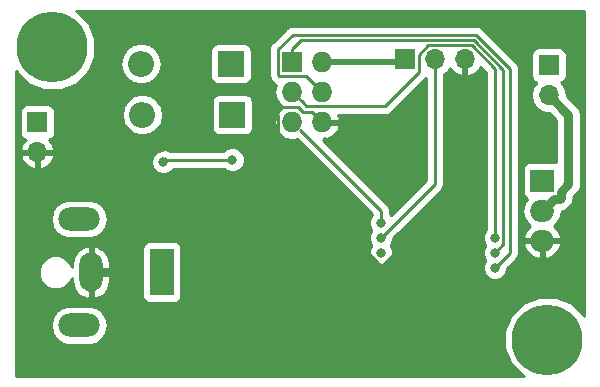
<source format=gbr>
G04 #@! TF.GenerationSoftware,KiCad,Pcbnew,(5.0.1)-4*
G04 #@! TF.CreationDate,2018-11-16T16:38:59+08:00*
G04 #@! TF.ProjectId,AILight,41494C696768742E6B696361645F7063,rev?*
G04 #@! TF.SameCoordinates,Original*
G04 #@! TF.FileFunction,Copper,L2,Bot,Signal*
G04 #@! TF.FilePolarity,Positive*
%FSLAX46Y46*%
G04 Gerber Fmt 4.6, Leading zero omitted, Abs format (unit mm)*
G04 Created by KiCad (PCBNEW (5.0.1)-4) date 2018-11-16 16:38:59*
%MOMM*%
%LPD*%
G01*
G04 APERTURE LIST*
G04 #@! TA.AperFunction,ComponentPad*
%ADD10C,5.999480*%
G04 #@! TD*
G04 #@! TA.AperFunction,ComponentPad*
%ADD11C,1.524000*%
G04 #@! TD*
G04 #@! TA.AperFunction,ComponentPad*
%ADD12R,1.700000X1.700000*%
G04 #@! TD*
G04 #@! TA.AperFunction,ComponentPad*
%ADD13O,1.700000X1.700000*%
G04 #@! TD*
G04 #@! TA.AperFunction,ComponentPad*
%ADD14R,1.727200X1.727200*%
G04 #@! TD*
G04 #@! TA.AperFunction,ComponentPad*
%ADD15O,1.727200X1.727200*%
G04 #@! TD*
G04 #@! TA.AperFunction,ComponentPad*
%ADD16O,2.200000X2.200000*%
G04 #@! TD*
G04 #@! TA.AperFunction,ComponentPad*
%ADD17R,2.200000X2.200000*%
G04 #@! TD*
G04 #@! TA.AperFunction,ComponentPad*
%ADD18O,3.500000X2.000000*%
G04 #@! TD*
G04 #@! TA.AperFunction,ComponentPad*
%ADD19O,2.000000X3.300000*%
G04 #@! TD*
G04 #@! TA.AperFunction,ComponentPad*
%ADD20R,2.000000X4.000000*%
G04 #@! TD*
G04 #@! TA.AperFunction,ComponentPad*
%ADD21R,2.000000X1.905000*%
G04 #@! TD*
G04 #@! TA.AperFunction,ComponentPad*
%ADD22O,2.000000X1.905000*%
G04 #@! TD*
G04 #@! TA.AperFunction,ViaPad*
%ADD23C,0.800000*%
G04 #@! TD*
G04 #@! TA.AperFunction,Conductor*
%ADD24C,0.800000*%
G04 #@! TD*
G04 #@! TA.AperFunction,Conductor*
%ADD25C,0.250000*%
G04 #@! TD*
G04 #@! TA.AperFunction,Conductor*
%ADD26C,0.500000*%
G04 #@! TD*
G04 #@! TA.AperFunction,Conductor*
%ADD27C,0.254000*%
G04 #@! TD*
G04 APERTURE END LIST*
D10*
G04 #@! TO.P,REF\002A\002A,1*
G04 #@! TO.N,N/C*
X17145000Y-61595000D03*
D11*
G04 #@! TO.P,REF\002A\002A,5*
X17272000Y-59436000D03*
G04 #@! TO.P,REF\002A\002A,2*
X17272000Y-63754000D03*
G04 #@! TO.P,REF\002A\002A,3*
X19304000Y-61595000D03*
G04 #@! TO.P,REF\002A\002A,4*
X15049500Y-61531500D03*
G04 #@! TO.P,REF\002A\002A,6*
X15684500Y-60007500D03*
G04 #@! TO.P,REF\002A\002A,7*
X18669000Y-60134500D03*
G04 #@! TO.P,REF\002A\002A,8*
X15621000Y-63119000D03*
G04 #@! TO.P,REF\002A\002A,9*
X18669000Y-63055500D03*
G04 #@! TD*
D10*
G04 #@! TO.P,REF\002A\002A,1*
G04 #@! TO.N,N/C*
X59055000Y-86360000D03*
D11*
G04 #@! TO.P,REF\002A\002A,5*
X59182000Y-84201000D03*
G04 #@! TO.P,REF\002A\002A,2*
X59182000Y-88519000D03*
G04 #@! TO.P,REF\002A\002A,3*
X61214000Y-86360000D03*
G04 #@! TO.P,REF\002A\002A,4*
X56959500Y-86296500D03*
G04 #@! TO.P,REF\002A\002A,6*
X57594500Y-84772500D03*
G04 #@! TO.P,REF\002A\002A,7*
X60579000Y-84899500D03*
G04 #@! TO.P,REF\002A\002A,8*
X57531000Y-87884000D03*
G04 #@! TO.P,REF\002A\002A,9*
X60579000Y-87820500D03*
G04 #@! TD*
D12*
G04 #@! TO.P,PIR1,1*
G04 #@! TO.N,Net-(J4-Pad2)*
X46990000Y-62611000D03*
D13*
G04 #@! TO.P,PIR1,2*
G04 #@! TO.N,Net-(PIR1-Pad2)*
X49530000Y-62611000D03*
G04 #@! TO.P,PIR1,3*
G04 #@! TO.N,Net-(C1-Pad2)*
X52070000Y-62611000D03*
G04 #@! TD*
D14*
G04 #@! TO.P,J4,1*
G04 #@! TO.N,Net-(J4-Pad1)*
X37465000Y-62865000D03*
D15*
G04 #@! TO.P,J4,2*
G04 #@! TO.N,Net-(J4-Pad2)*
X40005000Y-62865000D03*
G04 #@! TO.P,J4,3*
G04 #@! TO.N,Net-(J4-Pad3)*
X37465000Y-65405000D03*
G04 #@! TO.P,J4,4*
G04 #@! TO.N,Net-(J4-Pad4)*
X40005000Y-65405000D03*
G04 #@! TO.P,J4,5*
G04 #@! TO.N,Net-(J4-Pad5)*
X37465000Y-67945000D03*
G04 #@! TO.P,J4,6*
G04 #@! TO.N,Net-(C1-Pad2)*
X40005000Y-67945000D03*
G04 #@! TD*
D16*
G04 #@! TO.P,D2,2*
G04 #@! TO.N,Net-(D2-Pad2)*
X24638000Y-62992000D03*
D17*
G04 #@! TO.P,D2,1*
G04 #@! TO.N,Net-(C1-Pad1)*
X32258000Y-62992000D03*
G04 #@! TD*
G04 #@! TO.P,D1,1*
G04 #@! TO.N,Net-(C1-Pad1)*
X32385000Y-67310000D03*
D16*
G04 #@! TO.P,D1,2*
G04 #@! TO.N,Net-(D1-Pad2)*
X24765000Y-67310000D03*
G04 #@! TD*
D18*
G04 #@! TO.P,J3,MP*
G04 #@! TO.N,N/C*
X19416000Y-85145000D03*
X19416000Y-76145000D03*
D19*
G04 #@! TO.P,J3,2*
G04 #@! TO.N,Net-(C1-Pad2)*
X20416000Y-80645000D03*
D20*
G04 #@! TO.P,J3,1*
G04 #@! TO.N,Net-(J3-Pad1)*
X26416000Y-80645000D03*
G04 #@! TD*
D13*
G04 #@! TO.P,J2,2*
G04 #@! TO.N,Net-(J2-Pad2)*
X59182000Y-65659000D03*
D12*
G04 #@! TO.P,J2,1*
G04 #@! TO.N,Net-(C1-Pad1)*
X59182000Y-63119000D03*
G04 #@! TD*
G04 #@! TO.P,J1,1*
G04 #@! TO.N,Net-(D2-Pad2)*
X15875000Y-67945000D03*
D13*
G04 #@! TO.P,J1,2*
G04 #@! TO.N,Net-(C1-Pad2)*
X15875000Y-70485000D03*
G04 #@! TD*
D21*
G04 #@! TO.P,Q1,1*
G04 #@! TO.N,Net-(J4-Pad4)*
X58610500Y-72898000D03*
D22*
G04 #@! TO.P,Q1,2*
G04 #@! TO.N,Net-(J2-Pad2)*
X58610500Y-75438000D03*
G04 #@! TO.P,Q1,3*
G04 #@! TO.N,Net-(C1-Pad2)*
X58610500Y-77978000D03*
G04 #@! TD*
D23*
G04 #@! TO.N,Net-(C1-Pad2)*
X44915000Y-80264000D03*
X52705046Y-86360000D03*
G04 #@! TO.N,Net-(C1-Pad1)*
X26537563Y-71313218D03*
X32385000Y-71120000D03*
G04 #@! TO.N,Net-(PIR1-Pad2)*
X44958000Y-77724000D03*
G04 #@! TO.N,Net-(U2-Pad3)*
X44958000Y-78994000D03*
G04 #@! TO.N,Net-(J4-Pad4)*
X54610000Y-80264000D03*
G04 #@! TO.N,Net-(J4-Pad5)*
X44958000Y-76454000D03*
G04 #@! TO.N,Net-(J4-Pad1)*
X54610000Y-78994000D03*
G04 #@! TO.N,Net-(J4-Pad3)*
X54610000Y-77724000D03*
G04 #@! TD*
D24*
G04 #@! TO.N,Net-(J2-Pad2)*
X60833000Y-67310000D02*
X59182000Y-65659000D01*
X59597999Y-74450501D02*
X60090501Y-74450501D01*
X58610500Y-75438000D02*
X59597999Y-74450501D01*
X60090501Y-74450501D02*
X60210501Y-74330501D01*
X60210501Y-74330501D02*
X60210501Y-73837999D01*
X60210501Y-73837999D02*
X60833000Y-73215500D01*
X60833000Y-73215500D02*
X60833000Y-67310000D01*
G04 #@! TO.N,Net-(C1-Pad2)*
X20416000Y-80645000D02*
X20416000Y-82011000D01*
D25*
X44915000Y-80264000D02*
X52070000Y-73109000D01*
X52070000Y-73109000D02*
X52070000Y-62611000D01*
D26*
X44515001Y-79864001D02*
X44915000Y-80264000D01*
X36276399Y-71625399D02*
X44515001Y-79864001D01*
D24*
X22216000Y-80645000D02*
X27931000Y-86360000D01*
X52139361Y-86360000D02*
X52705046Y-86360000D01*
X20416000Y-80645000D02*
X22216000Y-80645000D01*
X27931000Y-86360000D02*
X52139361Y-86360000D01*
D25*
X37954130Y-66675000D02*
X36195000Y-66675000D01*
X38360531Y-67081401D02*
X37954130Y-66675000D01*
X40005000Y-67945000D02*
X39141401Y-67081401D01*
X39141401Y-67081401D02*
X38360531Y-67081401D01*
X36276399Y-67374471D02*
X36276399Y-71625399D01*
X36195000Y-67293072D02*
X36276399Y-67374471D01*
X36195000Y-66675000D02*
X36195000Y-67293072D01*
G04 #@! TO.N,Net-(C1-Pad1)*
X26670002Y-70993000D02*
X26797002Y-71120000D01*
X31819315Y-71120000D02*
X32385000Y-71120000D01*
X26797002Y-71120000D02*
X31819315Y-71120000D01*
G04 #@! TO.N,Net-(PIR1-Pad2)*
X44958000Y-77724000D02*
X49530000Y-73152000D01*
X49530000Y-73152000D02*
X49530000Y-62611000D01*
G04 #@! TO.N,Net-(J4-Pad2)*
X46736000Y-62865000D02*
X46990000Y-62611000D01*
D26*
X40005000Y-62865000D02*
X46736000Y-62865000D01*
D25*
G04 #@! TO.N,Net-(J4-Pad4)*
X58658000Y-72898000D02*
X58610500Y-72898000D01*
X38653601Y-64053601D02*
X39141401Y-64541401D01*
X36341399Y-64053601D02*
X38653601Y-64053601D01*
X36276399Y-63988601D02*
X36341399Y-64053601D01*
X39141401Y-64541401D02*
X40005000Y-65405000D01*
X55880000Y-74311000D02*
X55880000Y-63409178D01*
X55880000Y-63409178D02*
X53006801Y-60535979D01*
X53006801Y-60535979D02*
X37481819Y-60535979D01*
X37481819Y-60535979D02*
X36276399Y-61741399D01*
X36276399Y-61741399D02*
X36276399Y-63988601D01*
X55880000Y-74311000D02*
X55880000Y-74295000D01*
X55880000Y-78994000D02*
X55880000Y-74311000D01*
X54610000Y-80264000D02*
X55880000Y-78994000D01*
G04 #@! TO.N,Net-(J4-Pad5)*
X44958000Y-75438000D02*
X38100000Y-68580000D01*
X44958000Y-76454000D02*
X44958000Y-75438000D01*
G04 #@! TO.N,Net-(J4-Pad1)*
X37465000Y-61751400D02*
X37465000Y-62865000D01*
X38230411Y-60985989D02*
X37465000Y-61751400D01*
X52820401Y-60985989D02*
X38230411Y-60985989D01*
X55335001Y-63500589D02*
X52820401Y-60985989D01*
X55335001Y-78268999D02*
X55335001Y-63500589D01*
X54610000Y-78994000D02*
X55335001Y-78268999D01*
G04 #@! TO.N,Net-(J4-Pad3)*
X45292401Y-66593601D02*
X38653601Y-66593601D01*
X48165001Y-62236997D02*
X48165001Y-63721001D01*
X48165001Y-63721001D02*
X45292401Y-66593601D01*
X48965999Y-61435999D02*
X48165001Y-62236997D01*
X52634001Y-61435999D02*
X48965999Y-61435999D01*
X54610000Y-63411998D02*
X52634001Y-61435999D01*
X54610000Y-77724000D02*
X54610000Y-63411998D01*
X38328599Y-66268599D02*
X37465000Y-65405000D01*
X38653601Y-66593601D02*
X38328599Y-66268599D01*
G04 #@! TD*
D27*
G04 #@! TO.N,Net-(C1-Pad2)*
G36*
X62155000Y-84346028D02*
X62136384Y-84301085D01*
X61113915Y-83278616D01*
X59777995Y-82725260D01*
X58332005Y-82725260D01*
X56996085Y-83278616D01*
X55973616Y-84301085D01*
X55420260Y-85637005D01*
X55420260Y-87082995D01*
X55973616Y-88418915D01*
X56996085Y-89441384D01*
X57041028Y-89460000D01*
X14045000Y-89460000D01*
X14045000Y-85145000D01*
X16998969Y-85145000D01*
X17125864Y-85782945D01*
X17487231Y-86323769D01*
X18028055Y-86685136D01*
X18504969Y-86780000D01*
X20327031Y-86780000D01*
X20803945Y-86685136D01*
X21344769Y-86323769D01*
X21706136Y-85782945D01*
X21833031Y-85145000D01*
X21706136Y-84507055D01*
X21344769Y-83966231D01*
X20803945Y-83604864D01*
X20327031Y-83510000D01*
X18504969Y-83510000D01*
X18028055Y-83604864D01*
X17487231Y-83966231D01*
X17125864Y-84507055D01*
X16998969Y-85145000D01*
X14045000Y-85145000D01*
X14045000Y-80359561D01*
X15981000Y-80359561D01*
X15981000Y-80930439D01*
X16199466Y-81457862D01*
X16603138Y-81861534D01*
X17130561Y-82080000D01*
X17701439Y-82080000D01*
X18228862Y-81861534D01*
X18632534Y-81457862D01*
X18781000Y-81099434D01*
X18781000Y-81422000D01*
X18954058Y-82038020D01*
X19349683Y-82540922D01*
X19907645Y-82854144D01*
X20035566Y-82885124D01*
X20289000Y-82765777D01*
X20289000Y-80772000D01*
X20543000Y-80772000D01*
X20543000Y-82765777D01*
X20796434Y-82885124D01*
X20924355Y-82854144D01*
X21482317Y-82540922D01*
X21877942Y-82038020D01*
X22051000Y-81422000D01*
X22051000Y-80772000D01*
X20543000Y-80772000D01*
X20289000Y-80772000D01*
X20269000Y-80772000D01*
X20269000Y-80518000D01*
X20289000Y-80518000D01*
X20289000Y-78524223D01*
X20543000Y-78524223D01*
X20543000Y-80518000D01*
X22051000Y-80518000D01*
X22051000Y-79868000D01*
X21877942Y-79251980D01*
X21482317Y-78749078D01*
X21296917Y-78645000D01*
X24768560Y-78645000D01*
X24768560Y-82645000D01*
X24817843Y-82892765D01*
X24958191Y-83102809D01*
X25168235Y-83243157D01*
X25416000Y-83292440D01*
X27416000Y-83292440D01*
X27663765Y-83243157D01*
X27873809Y-83102809D01*
X28014157Y-82892765D01*
X28063440Y-82645000D01*
X28063440Y-78645000D01*
X28014157Y-78397235D01*
X27873809Y-78187191D01*
X27663765Y-78046843D01*
X27416000Y-77997560D01*
X25416000Y-77997560D01*
X25168235Y-78046843D01*
X24958191Y-78187191D01*
X24817843Y-78397235D01*
X24768560Y-78645000D01*
X21296917Y-78645000D01*
X20924355Y-78435856D01*
X20796434Y-78404876D01*
X20543000Y-78524223D01*
X20289000Y-78524223D01*
X20035566Y-78404876D01*
X19907645Y-78435856D01*
X19349683Y-78749078D01*
X18954058Y-79251980D01*
X18781000Y-79868000D01*
X18781000Y-80190566D01*
X18632534Y-79832138D01*
X18228862Y-79428466D01*
X17701439Y-79210000D01*
X17130561Y-79210000D01*
X16603138Y-79428466D01*
X16199466Y-79832138D01*
X15981000Y-80359561D01*
X14045000Y-80359561D01*
X14045000Y-76145000D01*
X16998969Y-76145000D01*
X17125864Y-76782945D01*
X17487231Y-77323769D01*
X18028055Y-77685136D01*
X18504969Y-77780000D01*
X20327031Y-77780000D01*
X20803945Y-77685136D01*
X21344769Y-77323769D01*
X21706136Y-76782945D01*
X21833031Y-76145000D01*
X21706136Y-75507055D01*
X21344769Y-74966231D01*
X20803945Y-74604864D01*
X20327031Y-74510000D01*
X18504969Y-74510000D01*
X18028055Y-74604864D01*
X17487231Y-74966231D01*
X17125864Y-75507055D01*
X16998969Y-76145000D01*
X14045000Y-76145000D01*
X14045000Y-70841890D01*
X14433524Y-70841890D01*
X14603355Y-71251924D01*
X14993642Y-71680183D01*
X15518108Y-71926486D01*
X15748000Y-71805819D01*
X15748000Y-70612000D01*
X16002000Y-70612000D01*
X16002000Y-71805819D01*
X16231892Y-71926486D01*
X16756358Y-71680183D01*
X17146645Y-71251924D01*
X17206528Y-71107344D01*
X25502563Y-71107344D01*
X25502563Y-71519092D01*
X25660132Y-71899498D01*
X25951283Y-72190649D01*
X26331689Y-72348218D01*
X26743437Y-72348218D01*
X27123843Y-72190649D01*
X27414994Y-71899498D01*
X27423070Y-71880000D01*
X31681289Y-71880000D01*
X31798720Y-71997431D01*
X32179126Y-72155000D01*
X32590874Y-72155000D01*
X32971280Y-71997431D01*
X33262431Y-71706280D01*
X33420000Y-71325874D01*
X33420000Y-70914126D01*
X33262431Y-70533720D01*
X32971280Y-70242569D01*
X32590874Y-70085000D01*
X32179126Y-70085000D01*
X31798720Y-70242569D01*
X31681289Y-70360000D01*
X27090612Y-70360000D01*
X26966539Y-70277097D01*
X26670002Y-70218112D01*
X26373465Y-70277097D01*
X26371787Y-70278218D01*
X26331689Y-70278218D01*
X25951283Y-70435787D01*
X25660132Y-70726938D01*
X25502563Y-71107344D01*
X17206528Y-71107344D01*
X17316476Y-70841890D01*
X17195155Y-70612000D01*
X16002000Y-70612000D01*
X15748000Y-70612000D01*
X14554845Y-70612000D01*
X14433524Y-70841890D01*
X14045000Y-70841890D01*
X14045000Y-67095000D01*
X14377560Y-67095000D01*
X14377560Y-68795000D01*
X14426843Y-69042765D01*
X14567191Y-69252809D01*
X14777235Y-69393157D01*
X14880708Y-69413739D01*
X14603355Y-69718076D01*
X14433524Y-70128110D01*
X14554845Y-70358000D01*
X15748000Y-70358000D01*
X15748000Y-70338000D01*
X16002000Y-70338000D01*
X16002000Y-70358000D01*
X17195155Y-70358000D01*
X17316476Y-70128110D01*
X17146645Y-69718076D01*
X16869292Y-69413739D01*
X16972765Y-69393157D01*
X17182809Y-69252809D01*
X17323157Y-69042765D01*
X17372440Y-68795000D01*
X17372440Y-67310000D01*
X22996010Y-67310000D01*
X23130666Y-67986963D01*
X23514135Y-68560865D01*
X24088037Y-68944334D01*
X24594120Y-69045000D01*
X24935880Y-69045000D01*
X25441963Y-68944334D01*
X26015865Y-68560865D01*
X26399334Y-67986963D01*
X26533990Y-67310000D01*
X26399334Y-66633037D01*
X26116670Y-66210000D01*
X30637560Y-66210000D01*
X30637560Y-68410000D01*
X30686843Y-68657765D01*
X30827191Y-68867809D01*
X31037235Y-69008157D01*
X31285000Y-69057440D01*
X33485000Y-69057440D01*
X33732765Y-69008157D01*
X33942809Y-68867809D01*
X34083157Y-68657765D01*
X34132440Y-68410000D01*
X34132440Y-66210000D01*
X34083157Y-65962235D01*
X33942809Y-65752191D01*
X33732765Y-65611843D01*
X33485000Y-65562560D01*
X31285000Y-65562560D01*
X31037235Y-65611843D01*
X30827191Y-65752191D01*
X30686843Y-65962235D01*
X30637560Y-66210000D01*
X26116670Y-66210000D01*
X26015865Y-66059135D01*
X25441963Y-65675666D01*
X24935880Y-65575000D01*
X24594120Y-65575000D01*
X24088037Y-65675666D01*
X23514135Y-66059135D01*
X23130666Y-66633037D01*
X22996010Y-67310000D01*
X17372440Y-67310000D01*
X17372440Y-67095000D01*
X17323157Y-66847235D01*
X17182809Y-66637191D01*
X16972765Y-66496843D01*
X16725000Y-66447560D01*
X15025000Y-66447560D01*
X14777235Y-66496843D01*
X14567191Y-66637191D01*
X14426843Y-66847235D01*
X14377560Y-67095000D01*
X14045000Y-67095000D01*
X14045000Y-63608972D01*
X14063616Y-63653915D01*
X15086085Y-64676384D01*
X16422005Y-65229740D01*
X17867995Y-65229740D01*
X19203915Y-64676384D01*
X20226384Y-63653915D01*
X20500558Y-62992000D01*
X22869010Y-62992000D01*
X23003666Y-63668963D01*
X23387135Y-64242865D01*
X23961037Y-64626334D01*
X24467120Y-64727000D01*
X24808880Y-64727000D01*
X25314963Y-64626334D01*
X25888865Y-64242865D01*
X26272334Y-63668963D01*
X26406990Y-62992000D01*
X26272334Y-62315037D01*
X25989670Y-61892000D01*
X30510560Y-61892000D01*
X30510560Y-64092000D01*
X30559843Y-64339765D01*
X30700191Y-64549809D01*
X30910235Y-64690157D01*
X31158000Y-64739440D01*
X33358000Y-64739440D01*
X33605765Y-64690157D01*
X33815809Y-64549809D01*
X33956157Y-64339765D01*
X34005440Y-64092000D01*
X34005440Y-61892000D01*
X33975484Y-61741399D01*
X35501511Y-61741399D01*
X35516399Y-61816246D01*
X35516400Y-63913749D01*
X35501511Y-63988601D01*
X35516400Y-64063453D01*
X35528659Y-64125081D01*
X35560496Y-64285138D01*
X35661904Y-64436905D01*
X35728471Y-64536530D01*
X35767434Y-64562564D01*
X35793470Y-64601530D01*
X36044862Y-64769505D01*
X36082298Y-64776951D01*
X36053350Y-64820275D01*
X35937041Y-65405000D01*
X36053350Y-65989725D01*
X36384570Y-66485430D01*
X36668281Y-66675000D01*
X36384570Y-66864570D01*
X36053350Y-67360275D01*
X35937041Y-67945000D01*
X36053350Y-68529725D01*
X36384570Y-69025430D01*
X36880275Y-69356650D01*
X37317402Y-69443600D01*
X37612598Y-69443600D01*
X37842974Y-69397775D01*
X44196744Y-75751545D01*
X44080569Y-75867720D01*
X43923000Y-76248126D01*
X43923000Y-76659874D01*
X44080569Y-77040280D01*
X44129289Y-77089000D01*
X44080569Y-77137720D01*
X43923000Y-77518126D01*
X43923000Y-77929874D01*
X44080569Y-78310280D01*
X44129289Y-78359000D01*
X44080569Y-78407720D01*
X43923000Y-78788126D01*
X43923000Y-79199874D01*
X44080569Y-79580280D01*
X44371720Y-79871431D01*
X44752126Y-80029000D01*
X45163874Y-80029000D01*
X45544280Y-79871431D01*
X45835431Y-79580280D01*
X45993000Y-79199874D01*
X45993000Y-78788126D01*
X45835431Y-78407720D01*
X45786711Y-78359000D01*
X45835431Y-78310280D01*
X45993000Y-77929874D01*
X45993000Y-77763801D01*
X50014476Y-73742327D01*
X50077929Y-73699929D01*
X50120327Y-73636476D01*
X50120329Y-73636474D01*
X50245903Y-73448538D01*
X50245904Y-73448537D01*
X50290000Y-73226852D01*
X50290000Y-73226848D01*
X50304888Y-73152001D01*
X50290000Y-73077154D01*
X50290000Y-63889178D01*
X50600625Y-63681625D01*
X50813843Y-63362522D01*
X50874817Y-63492358D01*
X51303076Y-63882645D01*
X51713110Y-64052476D01*
X51943000Y-63931155D01*
X51943000Y-62738000D01*
X51923000Y-62738000D01*
X51923000Y-62484000D01*
X51943000Y-62484000D01*
X51943000Y-62464000D01*
X52197000Y-62464000D01*
X52197000Y-62484000D01*
X52217000Y-62484000D01*
X52217000Y-62738000D01*
X52197000Y-62738000D01*
X52197000Y-63931155D01*
X52426890Y-64052476D01*
X52836924Y-63882645D01*
X53265183Y-63492358D01*
X53377147Y-63253947D01*
X53850001Y-63726801D01*
X53850000Y-77020289D01*
X53732569Y-77137720D01*
X53575000Y-77518126D01*
X53575000Y-77929874D01*
X53732569Y-78310280D01*
X53781289Y-78359000D01*
X53732569Y-78407720D01*
X53575000Y-78788126D01*
X53575000Y-79199874D01*
X53732569Y-79580280D01*
X53781289Y-79629000D01*
X53732569Y-79677720D01*
X53575000Y-80058126D01*
X53575000Y-80469874D01*
X53732569Y-80850280D01*
X54023720Y-81141431D01*
X54404126Y-81299000D01*
X54815874Y-81299000D01*
X55196280Y-81141431D01*
X55487431Y-80850280D01*
X55645000Y-80469874D01*
X55645000Y-80303801D01*
X56364473Y-79584329D01*
X56427929Y-79541929D01*
X56595904Y-79290537D01*
X56640000Y-79068852D01*
X56640000Y-79068848D01*
X56654888Y-78994001D01*
X56640000Y-78919154D01*
X56640000Y-78350980D01*
X57019937Y-78350980D01*
X57234527Y-78844924D01*
X57667409Y-79287318D01*
X58236636Y-79530380D01*
X58483500Y-79403572D01*
X58483500Y-78105000D01*
X58737500Y-78105000D01*
X58737500Y-79403572D01*
X58984364Y-79530380D01*
X59553591Y-79287318D01*
X59986473Y-78844924D01*
X60201063Y-78350980D01*
X60081094Y-78105000D01*
X58737500Y-78105000D01*
X58483500Y-78105000D01*
X57139906Y-78105000D01*
X57019937Y-78350980D01*
X56640000Y-78350980D01*
X56640000Y-75438000D01*
X56944400Y-75438000D01*
X57067609Y-76057411D01*
X57418477Y-76582523D01*
X57619974Y-76717159D01*
X57234527Y-77111076D01*
X57019937Y-77605020D01*
X57139906Y-77851000D01*
X58483500Y-77851000D01*
X58483500Y-77831000D01*
X58737500Y-77831000D01*
X58737500Y-77851000D01*
X60081094Y-77851000D01*
X60201063Y-77605020D01*
X59986473Y-77111076D01*
X59601026Y-76717159D01*
X59802523Y-76582523D01*
X60153391Y-76057411D01*
X60270229Y-75470027D01*
X60494338Y-75425449D01*
X60836694Y-75196694D01*
X60884759Y-75124759D01*
X60956694Y-75076694D01*
X61185449Y-74734338D01*
X61245501Y-74432436D01*
X61245501Y-74432435D01*
X61265777Y-74330501D01*
X61251829Y-74260381D01*
X61492773Y-74019437D01*
X61579193Y-73961693D01*
X61807948Y-73619337D01*
X61868000Y-73317435D01*
X61868000Y-73317434D01*
X61888276Y-73215500D01*
X61868000Y-73113566D01*
X61868000Y-67411934D01*
X61888276Y-67310000D01*
X61807948Y-66906163D01*
X61776387Y-66858928D01*
X61579193Y-66563807D01*
X61492776Y-66506065D01*
X60687733Y-65701023D01*
X60696092Y-65659000D01*
X60580839Y-65079582D01*
X60252625Y-64588375D01*
X60234381Y-64576184D01*
X60279765Y-64567157D01*
X60489809Y-64426809D01*
X60630157Y-64216765D01*
X60679440Y-63969000D01*
X60679440Y-62269000D01*
X60630157Y-62021235D01*
X60489809Y-61811191D01*
X60279765Y-61670843D01*
X60032000Y-61621560D01*
X58332000Y-61621560D01*
X58084235Y-61670843D01*
X57874191Y-61811191D01*
X57733843Y-62021235D01*
X57684560Y-62269000D01*
X57684560Y-63969000D01*
X57733843Y-64216765D01*
X57874191Y-64426809D01*
X58084235Y-64567157D01*
X58129619Y-64576184D01*
X58111375Y-64588375D01*
X57783161Y-65079582D01*
X57667908Y-65659000D01*
X57783161Y-66238418D01*
X58111375Y-66729625D01*
X58602582Y-67057839D01*
X59035744Y-67144000D01*
X59203290Y-67144000D01*
X59798001Y-67738712D01*
X59798000Y-71335356D01*
X59610500Y-71298060D01*
X57610500Y-71298060D01*
X57362735Y-71347343D01*
X57152691Y-71487691D01*
X57012343Y-71697735D01*
X56963060Y-71945500D01*
X56963060Y-73850500D01*
X57012343Y-74098265D01*
X57152691Y-74308309D01*
X57329588Y-74426509D01*
X57067609Y-74818589D01*
X56944400Y-75438000D01*
X56640000Y-75438000D01*
X56640000Y-63484025D01*
X56654888Y-63409178D01*
X56640000Y-63334331D01*
X56640000Y-63334326D01*
X56595904Y-63112641D01*
X56427929Y-62861249D01*
X56364473Y-62818849D01*
X53597132Y-60051509D01*
X53554730Y-59988050D01*
X53303338Y-59820075D01*
X53081653Y-59775979D01*
X53081648Y-59775979D01*
X53006801Y-59761091D01*
X52931954Y-59775979D01*
X37556665Y-59775979D01*
X37481818Y-59761091D01*
X37406971Y-59775979D01*
X37406967Y-59775979D01*
X37185282Y-59820075D01*
X37185280Y-59820076D01*
X37185281Y-59820076D01*
X36997345Y-59945650D01*
X36997343Y-59945652D01*
X36933890Y-59988050D01*
X36891492Y-60051503D01*
X35791929Y-61151068D01*
X35728470Y-61193470D01*
X35560495Y-61444863D01*
X35516399Y-61666548D01*
X35516399Y-61666552D01*
X35501511Y-61741399D01*
X33975484Y-61741399D01*
X33956157Y-61644235D01*
X33815809Y-61434191D01*
X33605765Y-61293843D01*
X33358000Y-61244560D01*
X31158000Y-61244560D01*
X30910235Y-61293843D01*
X30700191Y-61434191D01*
X30559843Y-61644235D01*
X30510560Y-61892000D01*
X25989670Y-61892000D01*
X25888865Y-61741135D01*
X25314963Y-61357666D01*
X24808880Y-61257000D01*
X24467120Y-61257000D01*
X23961037Y-61357666D01*
X23387135Y-61741135D01*
X23003666Y-62315037D01*
X22869010Y-62992000D01*
X20500558Y-62992000D01*
X20779740Y-62317995D01*
X20779740Y-60872005D01*
X20226384Y-59536085D01*
X19203915Y-58513616D01*
X19158972Y-58495000D01*
X62155001Y-58495000D01*
X62155000Y-84346028D01*
X62155000Y-84346028D01*
G37*
X62155000Y-84346028D02*
X62136384Y-84301085D01*
X61113915Y-83278616D01*
X59777995Y-82725260D01*
X58332005Y-82725260D01*
X56996085Y-83278616D01*
X55973616Y-84301085D01*
X55420260Y-85637005D01*
X55420260Y-87082995D01*
X55973616Y-88418915D01*
X56996085Y-89441384D01*
X57041028Y-89460000D01*
X14045000Y-89460000D01*
X14045000Y-85145000D01*
X16998969Y-85145000D01*
X17125864Y-85782945D01*
X17487231Y-86323769D01*
X18028055Y-86685136D01*
X18504969Y-86780000D01*
X20327031Y-86780000D01*
X20803945Y-86685136D01*
X21344769Y-86323769D01*
X21706136Y-85782945D01*
X21833031Y-85145000D01*
X21706136Y-84507055D01*
X21344769Y-83966231D01*
X20803945Y-83604864D01*
X20327031Y-83510000D01*
X18504969Y-83510000D01*
X18028055Y-83604864D01*
X17487231Y-83966231D01*
X17125864Y-84507055D01*
X16998969Y-85145000D01*
X14045000Y-85145000D01*
X14045000Y-80359561D01*
X15981000Y-80359561D01*
X15981000Y-80930439D01*
X16199466Y-81457862D01*
X16603138Y-81861534D01*
X17130561Y-82080000D01*
X17701439Y-82080000D01*
X18228862Y-81861534D01*
X18632534Y-81457862D01*
X18781000Y-81099434D01*
X18781000Y-81422000D01*
X18954058Y-82038020D01*
X19349683Y-82540922D01*
X19907645Y-82854144D01*
X20035566Y-82885124D01*
X20289000Y-82765777D01*
X20289000Y-80772000D01*
X20543000Y-80772000D01*
X20543000Y-82765777D01*
X20796434Y-82885124D01*
X20924355Y-82854144D01*
X21482317Y-82540922D01*
X21877942Y-82038020D01*
X22051000Y-81422000D01*
X22051000Y-80772000D01*
X20543000Y-80772000D01*
X20289000Y-80772000D01*
X20269000Y-80772000D01*
X20269000Y-80518000D01*
X20289000Y-80518000D01*
X20289000Y-78524223D01*
X20543000Y-78524223D01*
X20543000Y-80518000D01*
X22051000Y-80518000D01*
X22051000Y-79868000D01*
X21877942Y-79251980D01*
X21482317Y-78749078D01*
X21296917Y-78645000D01*
X24768560Y-78645000D01*
X24768560Y-82645000D01*
X24817843Y-82892765D01*
X24958191Y-83102809D01*
X25168235Y-83243157D01*
X25416000Y-83292440D01*
X27416000Y-83292440D01*
X27663765Y-83243157D01*
X27873809Y-83102809D01*
X28014157Y-82892765D01*
X28063440Y-82645000D01*
X28063440Y-78645000D01*
X28014157Y-78397235D01*
X27873809Y-78187191D01*
X27663765Y-78046843D01*
X27416000Y-77997560D01*
X25416000Y-77997560D01*
X25168235Y-78046843D01*
X24958191Y-78187191D01*
X24817843Y-78397235D01*
X24768560Y-78645000D01*
X21296917Y-78645000D01*
X20924355Y-78435856D01*
X20796434Y-78404876D01*
X20543000Y-78524223D01*
X20289000Y-78524223D01*
X20035566Y-78404876D01*
X19907645Y-78435856D01*
X19349683Y-78749078D01*
X18954058Y-79251980D01*
X18781000Y-79868000D01*
X18781000Y-80190566D01*
X18632534Y-79832138D01*
X18228862Y-79428466D01*
X17701439Y-79210000D01*
X17130561Y-79210000D01*
X16603138Y-79428466D01*
X16199466Y-79832138D01*
X15981000Y-80359561D01*
X14045000Y-80359561D01*
X14045000Y-76145000D01*
X16998969Y-76145000D01*
X17125864Y-76782945D01*
X17487231Y-77323769D01*
X18028055Y-77685136D01*
X18504969Y-77780000D01*
X20327031Y-77780000D01*
X20803945Y-77685136D01*
X21344769Y-77323769D01*
X21706136Y-76782945D01*
X21833031Y-76145000D01*
X21706136Y-75507055D01*
X21344769Y-74966231D01*
X20803945Y-74604864D01*
X20327031Y-74510000D01*
X18504969Y-74510000D01*
X18028055Y-74604864D01*
X17487231Y-74966231D01*
X17125864Y-75507055D01*
X16998969Y-76145000D01*
X14045000Y-76145000D01*
X14045000Y-70841890D01*
X14433524Y-70841890D01*
X14603355Y-71251924D01*
X14993642Y-71680183D01*
X15518108Y-71926486D01*
X15748000Y-71805819D01*
X15748000Y-70612000D01*
X16002000Y-70612000D01*
X16002000Y-71805819D01*
X16231892Y-71926486D01*
X16756358Y-71680183D01*
X17146645Y-71251924D01*
X17206528Y-71107344D01*
X25502563Y-71107344D01*
X25502563Y-71519092D01*
X25660132Y-71899498D01*
X25951283Y-72190649D01*
X26331689Y-72348218D01*
X26743437Y-72348218D01*
X27123843Y-72190649D01*
X27414994Y-71899498D01*
X27423070Y-71880000D01*
X31681289Y-71880000D01*
X31798720Y-71997431D01*
X32179126Y-72155000D01*
X32590874Y-72155000D01*
X32971280Y-71997431D01*
X33262431Y-71706280D01*
X33420000Y-71325874D01*
X33420000Y-70914126D01*
X33262431Y-70533720D01*
X32971280Y-70242569D01*
X32590874Y-70085000D01*
X32179126Y-70085000D01*
X31798720Y-70242569D01*
X31681289Y-70360000D01*
X27090612Y-70360000D01*
X26966539Y-70277097D01*
X26670002Y-70218112D01*
X26373465Y-70277097D01*
X26371787Y-70278218D01*
X26331689Y-70278218D01*
X25951283Y-70435787D01*
X25660132Y-70726938D01*
X25502563Y-71107344D01*
X17206528Y-71107344D01*
X17316476Y-70841890D01*
X17195155Y-70612000D01*
X16002000Y-70612000D01*
X15748000Y-70612000D01*
X14554845Y-70612000D01*
X14433524Y-70841890D01*
X14045000Y-70841890D01*
X14045000Y-67095000D01*
X14377560Y-67095000D01*
X14377560Y-68795000D01*
X14426843Y-69042765D01*
X14567191Y-69252809D01*
X14777235Y-69393157D01*
X14880708Y-69413739D01*
X14603355Y-69718076D01*
X14433524Y-70128110D01*
X14554845Y-70358000D01*
X15748000Y-70358000D01*
X15748000Y-70338000D01*
X16002000Y-70338000D01*
X16002000Y-70358000D01*
X17195155Y-70358000D01*
X17316476Y-70128110D01*
X17146645Y-69718076D01*
X16869292Y-69413739D01*
X16972765Y-69393157D01*
X17182809Y-69252809D01*
X17323157Y-69042765D01*
X17372440Y-68795000D01*
X17372440Y-67310000D01*
X22996010Y-67310000D01*
X23130666Y-67986963D01*
X23514135Y-68560865D01*
X24088037Y-68944334D01*
X24594120Y-69045000D01*
X24935880Y-69045000D01*
X25441963Y-68944334D01*
X26015865Y-68560865D01*
X26399334Y-67986963D01*
X26533990Y-67310000D01*
X26399334Y-66633037D01*
X26116670Y-66210000D01*
X30637560Y-66210000D01*
X30637560Y-68410000D01*
X30686843Y-68657765D01*
X30827191Y-68867809D01*
X31037235Y-69008157D01*
X31285000Y-69057440D01*
X33485000Y-69057440D01*
X33732765Y-69008157D01*
X33942809Y-68867809D01*
X34083157Y-68657765D01*
X34132440Y-68410000D01*
X34132440Y-66210000D01*
X34083157Y-65962235D01*
X33942809Y-65752191D01*
X33732765Y-65611843D01*
X33485000Y-65562560D01*
X31285000Y-65562560D01*
X31037235Y-65611843D01*
X30827191Y-65752191D01*
X30686843Y-65962235D01*
X30637560Y-66210000D01*
X26116670Y-66210000D01*
X26015865Y-66059135D01*
X25441963Y-65675666D01*
X24935880Y-65575000D01*
X24594120Y-65575000D01*
X24088037Y-65675666D01*
X23514135Y-66059135D01*
X23130666Y-66633037D01*
X22996010Y-67310000D01*
X17372440Y-67310000D01*
X17372440Y-67095000D01*
X17323157Y-66847235D01*
X17182809Y-66637191D01*
X16972765Y-66496843D01*
X16725000Y-66447560D01*
X15025000Y-66447560D01*
X14777235Y-66496843D01*
X14567191Y-66637191D01*
X14426843Y-66847235D01*
X14377560Y-67095000D01*
X14045000Y-67095000D01*
X14045000Y-63608972D01*
X14063616Y-63653915D01*
X15086085Y-64676384D01*
X16422005Y-65229740D01*
X17867995Y-65229740D01*
X19203915Y-64676384D01*
X20226384Y-63653915D01*
X20500558Y-62992000D01*
X22869010Y-62992000D01*
X23003666Y-63668963D01*
X23387135Y-64242865D01*
X23961037Y-64626334D01*
X24467120Y-64727000D01*
X24808880Y-64727000D01*
X25314963Y-64626334D01*
X25888865Y-64242865D01*
X26272334Y-63668963D01*
X26406990Y-62992000D01*
X26272334Y-62315037D01*
X25989670Y-61892000D01*
X30510560Y-61892000D01*
X30510560Y-64092000D01*
X30559843Y-64339765D01*
X30700191Y-64549809D01*
X30910235Y-64690157D01*
X31158000Y-64739440D01*
X33358000Y-64739440D01*
X33605765Y-64690157D01*
X33815809Y-64549809D01*
X33956157Y-64339765D01*
X34005440Y-64092000D01*
X34005440Y-61892000D01*
X33975484Y-61741399D01*
X35501511Y-61741399D01*
X35516399Y-61816246D01*
X35516400Y-63913749D01*
X35501511Y-63988601D01*
X35516400Y-64063453D01*
X35528659Y-64125081D01*
X35560496Y-64285138D01*
X35661904Y-64436905D01*
X35728471Y-64536530D01*
X35767434Y-64562564D01*
X35793470Y-64601530D01*
X36044862Y-64769505D01*
X36082298Y-64776951D01*
X36053350Y-64820275D01*
X35937041Y-65405000D01*
X36053350Y-65989725D01*
X36384570Y-66485430D01*
X36668281Y-66675000D01*
X36384570Y-66864570D01*
X36053350Y-67360275D01*
X35937041Y-67945000D01*
X36053350Y-68529725D01*
X36384570Y-69025430D01*
X36880275Y-69356650D01*
X37317402Y-69443600D01*
X37612598Y-69443600D01*
X37842974Y-69397775D01*
X44196744Y-75751545D01*
X44080569Y-75867720D01*
X43923000Y-76248126D01*
X43923000Y-76659874D01*
X44080569Y-77040280D01*
X44129289Y-77089000D01*
X44080569Y-77137720D01*
X43923000Y-77518126D01*
X43923000Y-77929874D01*
X44080569Y-78310280D01*
X44129289Y-78359000D01*
X44080569Y-78407720D01*
X43923000Y-78788126D01*
X43923000Y-79199874D01*
X44080569Y-79580280D01*
X44371720Y-79871431D01*
X44752126Y-80029000D01*
X45163874Y-80029000D01*
X45544280Y-79871431D01*
X45835431Y-79580280D01*
X45993000Y-79199874D01*
X45993000Y-78788126D01*
X45835431Y-78407720D01*
X45786711Y-78359000D01*
X45835431Y-78310280D01*
X45993000Y-77929874D01*
X45993000Y-77763801D01*
X50014476Y-73742327D01*
X50077929Y-73699929D01*
X50120327Y-73636476D01*
X50120329Y-73636474D01*
X50245903Y-73448538D01*
X50245904Y-73448537D01*
X50290000Y-73226852D01*
X50290000Y-73226848D01*
X50304888Y-73152001D01*
X50290000Y-73077154D01*
X50290000Y-63889178D01*
X50600625Y-63681625D01*
X50813843Y-63362522D01*
X50874817Y-63492358D01*
X51303076Y-63882645D01*
X51713110Y-64052476D01*
X51943000Y-63931155D01*
X51943000Y-62738000D01*
X51923000Y-62738000D01*
X51923000Y-62484000D01*
X51943000Y-62484000D01*
X51943000Y-62464000D01*
X52197000Y-62464000D01*
X52197000Y-62484000D01*
X52217000Y-62484000D01*
X52217000Y-62738000D01*
X52197000Y-62738000D01*
X52197000Y-63931155D01*
X52426890Y-64052476D01*
X52836924Y-63882645D01*
X53265183Y-63492358D01*
X53377147Y-63253947D01*
X53850001Y-63726801D01*
X53850000Y-77020289D01*
X53732569Y-77137720D01*
X53575000Y-77518126D01*
X53575000Y-77929874D01*
X53732569Y-78310280D01*
X53781289Y-78359000D01*
X53732569Y-78407720D01*
X53575000Y-78788126D01*
X53575000Y-79199874D01*
X53732569Y-79580280D01*
X53781289Y-79629000D01*
X53732569Y-79677720D01*
X53575000Y-80058126D01*
X53575000Y-80469874D01*
X53732569Y-80850280D01*
X54023720Y-81141431D01*
X54404126Y-81299000D01*
X54815874Y-81299000D01*
X55196280Y-81141431D01*
X55487431Y-80850280D01*
X55645000Y-80469874D01*
X55645000Y-80303801D01*
X56364473Y-79584329D01*
X56427929Y-79541929D01*
X56595904Y-79290537D01*
X56640000Y-79068852D01*
X56640000Y-79068848D01*
X56654888Y-78994001D01*
X56640000Y-78919154D01*
X56640000Y-78350980D01*
X57019937Y-78350980D01*
X57234527Y-78844924D01*
X57667409Y-79287318D01*
X58236636Y-79530380D01*
X58483500Y-79403572D01*
X58483500Y-78105000D01*
X58737500Y-78105000D01*
X58737500Y-79403572D01*
X58984364Y-79530380D01*
X59553591Y-79287318D01*
X59986473Y-78844924D01*
X60201063Y-78350980D01*
X60081094Y-78105000D01*
X58737500Y-78105000D01*
X58483500Y-78105000D01*
X57139906Y-78105000D01*
X57019937Y-78350980D01*
X56640000Y-78350980D01*
X56640000Y-75438000D01*
X56944400Y-75438000D01*
X57067609Y-76057411D01*
X57418477Y-76582523D01*
X57619974Y-76717159D01*
X57234527Y-77111076D01*
X57019937Y-77605020D01*
X57139906Y-77851000D01*
X58483500Y-77851000D01*
X58483500Y-77831000D01*
X58737500Y-77831000D01*
X58737500Y-77851000D01*
X60081094Y-77851000D01*
X60201063Y-77605020D01*
X59986473Y-77111076D01*
X59601026Y-76717159D01*
X59802523Y-76582523D01*
X60153391Y-76057411D01*
X60270229Y-75470027D01*
X60494338Y-75425449D01*
X60836694Y-75196694D01*
X60884759Y-75124759D01*
X60956694Y-75076694D01*
X61185449Y-74734338D01*
X61245501Y-74432436D01*
X61245501Y-74432435D01*
X61265777Y-74330501D01*
X61251829Y-74260381D01*
X61492773Y-74019437D01*
X61579193Y-73961693D01*
X61807948Y-73619337D01*
X61868000Y-73317435D01*
X61868000Y-73317434D01*
X61888276Y-73215500D01*
X61868000Y-73113566D01*
X61868000Y-67411934D01*
X61888276Y-67310000D01*
X61807948Y-66906163D01*
X61776387Y-66858928D01*
X61579193Y-66563807D01*
X61492776Y-66506065D01*
X60687733Y-65701023D01*
X60696092Y-65659000D01*
X60580839Y-65079582D01*
X60252625Y-64588375D01*
X60234381Y-64576184D01*
X60279765Y-64567157D01*
X60489809Y-64426809D01*
X60630157Y-64216765D01*
X60679440Y-63969000D01*
X60679440Y-62269000D01*
X60630157Y-62021235D01*
X60489809Y-61811191D01*
X60279765Y-61670843D01*
X60032000Y-61621560D01*
X58332000Y-61621560D01*
X58084235Y-61670843D01*
X57874191Y-61811191D01*
X57733843Y-62021235D01*
X57684560Y-62269000D01*
X57684560Y-63969000D01*
X57733843Y-64216765D01*
X57874191Y-64426809D01*
X58084235Y-64567157D01*
X58129619Y-64576184D01*
X58111375Y-64588375D01*
X57783161Y-65079582D01*
X57667908Y-65659000D01*
X57783161Y-66238418D01*
X58111375Y-66729625D01*
X58602582Y-67057839D01*
X59035744Y-67144000D01*
X59203290Y-67144000D01*
X59798001Y-67738712D01*
X59798000Y-71335356D01*
X59610500Y-71298060D01*
X57610500Y-71298060D01*
X57362735Y-71347343D01*
X57152691Y-71487691D01*
X57012343Y-71697735D01*
X56963060Y-71945500D01*
X56963060Y-73850500D01*
X57012343Y-74098265D01*
X57152691Y-74308309D01*
X57329588Y-74426509D01*
X57067609Y-74818589D01*
X56944400Y-75438000D01*
X56640000Y-75438000D01*
X56640000Y-63484025D01*
X56654888Y-63409178D01*
X56640000Y-63334331D01*
X56640000Y-63334326D01*
X56595904Y-63112641D01*
X56427929Y-62861249D01*
X56364473Y-62818849D01*
X53597132Y-60051509D01*
X53554730Y-59988050D01*
X53303338Y-59820075D01*
X53081653Y-59775979D01*
X53081648Y-59775979D01*
X53006801Y-59761091D01*
X52931954Y-59775979D01*
X37556665Y-59775979D01*
X37481818Y-59761091D01*
X37406971Y-59775979D01*
X37406967Y-59775979D01*
X37185282Y-59820075D01*
X37185280Y-59820076D01*
X37185281Y-59820076D01*
X36997345Y-59945650D01*
X36997343Y-59945652D01*
X36933890Y-59988050D01*
X36891492Y-60051503D01*
X35791929Y-61151068D01*
X35728470Y-61193470D01*
X35560495Y-61444863D01*
X35516399Y-61666548D01*
X35516399Y-61666552D01*
X35501511Y-61741399D01*
X33975484Y-61741399D01*
X33956157Y-61644235D01*
X33815809Y-61434191D01*
X33605765Y-61293843D01*
X33358000Y-61244560D01*
X31158000Y-61244560D01*
X30910235Y-61293843D01*
X30700191Y-61434191D01*
X30559843Y-61644235D01*
X30510560Y-61892000D01*
X25989670Y-61892000D01*
X25888865Y-61741135D01*
X25314963Y-61357666D01*
X24808880Y-61257000D01*
X24467120Y-61257000D01*
X23961037Y-61357666D01*
X23387135Y-61741135D01*
X23003666Y-62315037D01*
X22869010Y-62992000D01*
X20500558Y-62992000D01*
X20779740Y-62317995D01*
X20779740Y-60872005D01*
X20226384Y-59536085D01*
X19203915Y-58513616D01*
X19158972Y-58495000D01*
X62155001Y-58495000D01*
X62155000Y-84346028D01*
G36*
X48770000Y-72837197D02*
X45787455Y-75819744D01*
X45718000Y-75750289D01*
X45718000Y-75512848D01*
X45732888Y-75438000D01*
X45718000Y-75363152D01*
X45718000Y-75363148D01*
X45673904Y-75141463D01*
X45505929Y-74890071D01*
X45442473Y-74847671D01*
X40038401Y-69443600D01*
X40132002Y-69443600D01*
X40132002Y-69279470D01*
X40364027Y-69399968D01*
X40893490Y-69151821D01*
X41287688Y-68719947D01*
X41459958Y-68304026D01*
X41338817Y-68072000D01*
X40132000Y-68072000D01*
X40132000Y-68092000D01*
X39878000Y-68092000D01*
X39878000Y-68072000D01*
X39858000Y-68072000D01*
X39858000Y-67818000D01*
X39878000Y-67818000D01*
X39878000Y-67798000D01*
X40132000Y-67798000D01*
X40132000Y-67818000D01*
X41338817Y-67818000D01*
X41459958Y-67585974D01*
X41363712Y-67353601D01*
X45217554Y-67353601D01*
X45292401Y-67368489D01*
X45367248Y-67353601D01*
X45367253Y-67353601D01*
X45588938Y-67309505D01*
X45840330Y-67141530D01*
X45882732Y-67078071D01*
X48649474Y-64311330D01*
X48712930Y-64268930D01*
X48770001Y-64183518D01*
X48770000Y-72837197D01*
X48770000Y-72837197D01*
G37*
X48770000Y-72837197D02*
X45787455Y-75819744D01*
X45718000Y-75750289D01*
X45718000Y-75512848D01*
X45732888Y-75438000D01*
X45718000Y-75363152D01*
X45718000Y-75363148D01*
X45673904Y-75141463D01*
X45505929Y-74890071D01*
X45442473Y-74847671D01*
X40038401Y-69443600D01*
X40132002Y-69443600D01*
X40132002Y-69279470D01*
X40364027Y-69399968D01*
X40893490Y-69151821D01*
X41287688Y-68719947D01*
X41459958Y-68304026D01*
X41338817Y-68072000D01*
X40132000Y-68072000D01*
X40132000Y-68092000D01*
X39878000Y-68092000D01*
X39878000Y-68072000D01*
X39858000Y-68072000D01*
X39858000Y-67818000D01*
X39878000Y-67818000D01*
X39878000Y-67798000D01*
X40132000Y-67798000D01*
X40132000Y-67818000D01*
X41338817Y-67818000D01*
X41459958Y-67585974D01*
X41363712Y-67353601D01*
X45217554Y-67353601D01*
X45292401Y-67368489D01*
X45367248Y-67353601D01*
X45367253Y-67353601D01*
X45588938Y-67309505D01*
X45840330Y-67141530D01*
X45882732Y-67078071D01*
X48649474Y-64311330D01*
X48712930Y-64268930D01*
X48770001Y-64183518D01*
X48770000Y-72837197D01*
G04 #@! TD*
M02*

</source>
